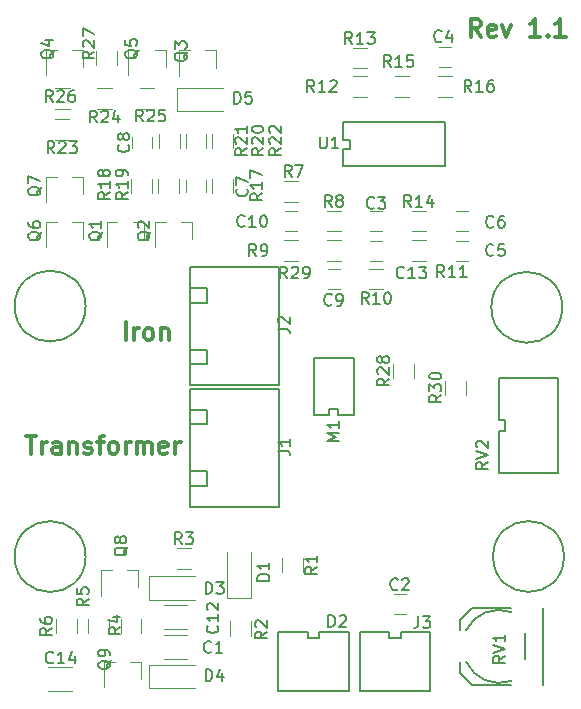
<source format=gbr>
G04 #@! TF.FileFunction,Legend,Top*
%FSLAX46Y46*%
G04 Gerber Fmt 4.6, Leading zero omitted, Abs format (unit mm)*
G04 Created by KiCad (PCBNEW 4.0.7) date Monday, January 25, 2021 'AMt' 11:59:33 AM*
%MOMM*%
%LPD*%
G01*
G04 APERTURE LIST*
%ADD10C,0.100000*%
%ADD11C,0.300000*%
%ADD12C,0.150000*%
%ADD13C,0.120000*%
G04 APERTURE END LIST*
D10*
D11*
X107892858Y-73578571D02*
X107392858Y-72864286D01*
X107035715Y-73578571D02*
X107035715Y-72078571D01*
X107607143Y-72078571D01*
X107750001Y-72150000D01*
X107821429Y-72221429D01*
X107892858Y-72364286D01*
X107892858Y-72578571D01*
X107821429Y-72721429D01*
X107750001Y-72792857D01*
X107607143Y-72864286D01*
X107035715Y-72864286D01*
X109107143Y-73507143D02*
X108964286Y-73578571D01*
X108678572Y-73578571D01*
X108535715Y-73507143D01*
X108464286Y-73364286D01*
X108464286Y-72792857D01*
X108535715Y-72650000D01*
X108678572Y-72578571D01*
X108964286Y-72578571D01*
X109107143Y-72650000D01*
X109178572Y-72792857D01*
X109178572Y-72935714D01*
X108464286Y-73078571D01*
X109678572Y-72578571D02*
X110035715Y-73578571D01*
X110392857Y-72578571D01*
X112892857Y-73578571D02*
X112035714Y-73578571D01*
X112464286Y-73578571D02*
X112464286Y-72078571D01*
X112321429Y-72292857D01*
X112178571Y-72435714D01*
X112035714Y-72507143D01*
X113535714Y-73435714D02*
X113607142Y-73507143D01*
X113535714Y-73578571D01*
X113464285Y-73507143D01*
X113535714Y-73435714D01*
X113535714Y-73578571D01*
X115035714Y-73578571D02*
X114178571Y-73578571D01*
X114607143Y-73578571D02*
X114607143Y-72078571D01*
X114464286Y-72292857D01*
X114321428Y-72435714D01*
X114178571Y-72507143D01*
X77778572Y-99278571D02*
X77778572Y-97778571D01*
X78492858Y-99278571D02*
X78492858Y-98278571D01*
X78492858Y-98564286D02*
X78564286Y-98421429D01*
X78635715Y-98350000D01*
X78778572Y-98278571D01*
X78921429Y-98278571D01*
X79635715Y-99278571D02*
X79492857Y-99207143D01*
X79421429Y-99135714D01*
X79350000Y-98992857D01*
X79350000Y-98564286D01*
X79421429Y-98421429D01*
X79492857Y-98350000D01*
X79635715Y-98278571D01*
X79850000Y-98278571D01*
X79992857Y-98350000D01*
X80064286Y-98421429D01*
X80135715Y-98564286D01*
X80135715Y-98992857D01*
X80064286Y-99135714D01*
X79992857Y-99207143D01*
X79850000Y-99278571D01*
X79635715Y-99278571D01*
X80778572Y-98278571D02*
X80778572Y-99278571D01*
X80778572Y-98421429D02*
X80850000Y-98350000D01*
X80992858Y-98278571D01*
X81207143Y-98278571D01*
X81350000Y-98350000D01*
X81421429Y-98492857D01*
X81421429Y-99278571D01*
X69364286Y-107378571D02*
X70221429Y-107378571D01*
X69792858Y-108878571D02*
X69792858Y-107378571D01*
X70721429Y-108878571D02*
X70721429Y-107878571D01*
X70721429Y-108164286D02*
X70792857Y-108021429D01*
X70864286Y-107950000D01*
X71007143Y-107878571D01*
X71150000Y-107878571D01*
X72292857Y-108878571D02*
X72292857Y-108092857D01*
X72221428Y-107950000D01*
X72078571Y-107878571D01*
X71792857Y-107878571D01*
X71650000Y-107950000D01*
X72292857Y-108807143D02*
X72150000Y-108878571D01*
X71792857Y-108878571D01*
X71650000Y-108807143D01*
X71578571Y-108664286D01*
X71578571Y-108521429D01*
X71650000Y-108378571D01*
X71792857Y-108307143D01*
X72150000Y-108307143D01*
X72292857Y-108235714D01*
X73007143Y-107878571D02*
X73007143Y-108878571D01*
X73007143Y-108021429D02*
X73078571Y-107950000D01*
X73221429Y-107878571D01*
X73435714Y-107878571D01*
X73578571Y-107950000D01*
X73650000Y-108092857D01*
X73650000Y-108878571D01*
X74292857Y-108807143D02*
X74435714Y-108878571D01*
X74721429Y-108878571D01*
X74864286Y-108807143D01*
X74935714Y-108664286D01*
X74935714Y-108592857D01*
X74864286Y-108450000D01*
X74721429Y-108378571D01*
X74507143Y-108378571D01*
X74364286Y-108307143D01*
X74292857Y-108164286D01*
X74292857Y-108092857D01*
X74364286Y-107950000D01*
X74507143Y-107878571D01*
X74721429Y-107878571D01*
X74864286Y-107950000D01*
X75364286Y-107878571D02*
X75935715Y-107878571D01*
X75578572Y-108878571D02*
X75578572Y-107592857D01*
X75650000Y-107450000D01*
X75792858Y-107378571D01*
X75935715Y-107378571D01*
X76650001Y-108878571D02*
X76507143Y-108807143D01*
X76435715Y-108735714D01*
X76364286Y-108592857D01*
X76364286Y-108164286D01*
X76435715Y-108021429D01*
X76507143Y-107950000D01*
X76650001Y-107878571D01*
X76864286Y-107878571D01*
X77007143Y-107950000D01*
X77078572Y-108021429D01*
X77150001Y-108164286D01*
X77150001Y-108592857D01*
X77078572Y-108735714D01*
X77007143Y-108807143D01*
X76864286Y-108878571D01*
X76650001Y-108878571D01*
X77792858Y-108878571D02*
X77792858Y-107878571D01*
X77792858Y-108164286D02*
X77864286Y-108021429D01*
X77935715Y-107950000D01*
X78078572Y-107878571D01*
X78221429Y-107878571D01*
X78721429Y-108878571D02*
X78721429Y-107878571D01*
X78721429Y-108021429D02*
X78792857Y-107950000D01*
X78935715Y-107878571D01*
X79150000Y-107878571D01*
X79292857Y-107950000D01*
X79364286Y-108092857D01*
X79364286Y-108878571D01*
X79364286Y-108092857D02*
X79435715Y-107950000D01*
X79578572Y-107878571D01*
X79792857Y-107878571D01*
X79935715Y-107950000D01*
X80007143Y-108092857D01*
X80007143Y-108878571D01*
X81292857Y-108807143D02*
X81150000Y-108878571D01*
X80864286Y-108878571D01*
X80721429Y-108807143D01*
X80650000Y-108664286D01*
X80650000Y-108092857D01*
X80721429Y-107950000D01*
X80864286Y-107878571D01*
X81150000Y-107878571D01*
X81292857Y-107950000D01*
X81364286Y-108092857D01*
X81364286Y-108235714D01*
X80650000Y-108378571D01*
X82007143Y-108878571D02*
X82007143Y-107878571D01*
X82007143Y-108164286D02*
X82078571Y-108021429D01*
X82150000Y-107950000D01*
X82292857Y-107878571D01*
X82435714Y-107878571D01*
D12*
X114750000Y-96500000D02*
G75*
G03X114750000Y-96500000I-3000000J0D01*
G01*
X114900000Y-117600000D02*
G75*
G03X114900000Y-117600000I-3000000J0D01*
G01*
X74400000Y-117600000D02*
G75*
G03X74400000Y-117600000I-3000000J0D01*
G01*
D13*
X86400000Y-121150000D02*
X88400000Y-121150000D01*
X88400000Y-121150000D02*
X88400000Y-117250000D01*
X86400000Y-121150000D02*
X86400000Y-117250000D01*
X79750000Y-119250000D02*
X79750000Y-121250000D01*
X79750000Y-121250000D02*
X83650000Y-121250000D01*
X79750000Y-119250000D02*
X83650000Y-119250000D01*
X79750000Y-126750000D02*
X79750000Y-128750000D01*
X79750000Y-128750000D02*
X83650000Y-128750000D01*
X79750000Y-126750000D02*
X83650000Y-126750000D01*
X82100000Y-77900000D02*
X82100000Y-79900000D01*
X82100000Y-79900000D02*
X86000000Y-79900000D01*
X82100000Y-77900000D02*
X86000000Y-77900000D01*
X79330000Y-89240000D02*
X78400000Y-89240000D01*
X76170000Y-89240000D02*
X77100000Y-89240000D01*
X76170000Y-89240000D02*
X76170000Y-91400000D01*
X79330000Y-89240000D02*
X79330000Y-90700000D01*
X83430000Y-89240000D02*
X82500000Y-89240000D01*
X80270000Y-89240000D02*
X81200000Y-89240000D01*
X80270000Y-89240000D02*
X80270000Y-91400000D01*
X83430000Y-89240000D02*
X83430000Y-90700000D01*
X85480000Y-74740000D02*
X84550000Y-74740000D01*
X82320000Y-74740000D02*
X83250000Y-74740000D01*
X82320000Y-74740000D02*
X82320000Y-76900000D01*
X85480000Y-74740000D02*
X85480000Y-76200000D01*
X74180000Y-74690000D02*
X73250000Y-74690000D01*
X71020000Y-74690000D02*
X71950000Y-74690000D01*
X71020000Y-74690000D02*
X71020000Y-76850000D01*
X74180000Y-74690000D02*
X74180000Y-76150000D01*
X81180000Y-74690000D02*
X80250000Y-74690000D01*
X78020000Y-74690000D02*
X78950000Y-74690000D01*
X78020000Y-74690000D02*
X78020000Y-76850000D01*
X81180000Y-74690000D02*
X81180000Y-76150000D01*
X74180000Y-89240000D02*
X73250000Y-89240000D01*
X71020000Y-89240000D02*
X71950000Y-89240000D01*
X71020000Y-89240000D02*
X71020000Y-91400000D01*
X74180000Y-89240000D02*
X74180000Y-90700000D01*
X74180000Y-85440000D02*
X73250000Y-85440000D01*
X71020000Y-85440000D02*
X71950000Y-85440000D01*
X71020000Y-85440000D02*
X71020000Y-87600000D01*
X74180000Y-85440000D02*
X74180000Y-86900000D01*
X105800000Y-92550000D02*
X106800000Y-92550000D01*
X106800000Y-90850000D02*
X105800000Y-90850000D01*
X82900000Y-85700000D02*
X82900000Y-86700000D01*
X84600000Y-86700000D02*
X84600000Y-85700000D01*
X78300000Y-82050000D02*
X78300000Y-83050000D01*
X80000000Y-83050000D02*
X80000000Y-82050000D01*
X91020000Y-118900000D02*
X91020000Y-117700000D01*
X92780000Y-117700000D02*
X92780000Y-118900000D01*
X88380000Y-123100000D02*
X88380000Y-124300000D01*
X86620000Y-124300000D02*
X86620000Y-123100000D01*
X82150000Y-116870000D02*
X83350000Y-116870000D01*
X83350000Y-118630000D02*
X82150000Y-118630000D01*
X79130000Y-122900000D02*
X79130000Y-124100000D01*
X77370000Y-124100000D02*
X77370000Y-122900000D01*
X74620000Y-124100000D02*
X74620000Y-122900000D01*
X76380000Y-122900000D02*
X76380000Y-124100000D01*
X73630000Y-122900000D02*
X73630000Y-124100000D01*
X71870000Y-124100000D02*
X71870000Y-122900000D01*
X92400000Y-87580000D02*
X91200000Y-87580000D01*
X91200000Y-85820000D02*
X92400000Y-85820000D01*
X96000000Y-90080000D02*
X94800000Y-90080000D01*
X94800000Y-88320000D02*
X96000000Y-88320000D01*
X91200000Y-90820000D02*
X92400000Y-90820000D01*
X92400000Y-92580000D02*
X91200000Y-92580000D01*
X98400000Y-93220000D02*
X99600000Y-93220000D01*
X99600000Y-94980000D02*
X98400000Y-94980000D01*
X103200000Y-92580000D02*
X102000000Y-92580000D01*
X102000000Y-90820000D02*
X103200000Y-90820000D01*
X98200000Y-78680000D02*
X97000000Y-78680000D01*
X97000000Y-76920000D02*
X98200000Y-76920000D01*
X98200000Y-76280000D02*
X97000000Y-76280000D01*
X97000000Y-74520000D02*
X98200000Y-74520000D01*
X103200000Y-90080000D02*
X102000000Y-90080000D01*
X102000000Y-88320000D02*
X103200000Y-88320000D01*
X100600000Y-76920000D02*
X101800000Y-76920000D01*
X101800000Y-78680000D02*
X100600000Y-78680000D01*
X105400000Y-78680000D02*
X104200000Y-78680000D01*
X104200000Y-76920000D02*
X105400000Y-76920000D01*
X85120000Y-86800000D02*
X85120000Y-85600000D01*
X86880000Y-85600000D02*
X86880000Y-86800000D01*
X80030000Y-85600000D02*
X80030000Y-86800000D01*
X78270000Y-86800000D02*
X78270000Y-85600000D01*
X82330000Y-85600000D02*
X82330000Y-86800000D01*
X80570000Y-86800000D02*
X80570000Y-85600000D01*
X82870000Y-83050000D02*
X82870000Y-81850000D01*
X84630000Y-81850000D02*
X84630000Y-83050000D01*
X82380000Y-81850000D02*
X82380000Y-83050000D01*
X80620000Y-83050000D02*
X80620000Y-81850000D01*
X86880000Y-81800000D02*
X86880000Y-83000000D01*
X85120000Y-83000000D02*
X85120000Y-81800000D01*
X73000000Y-82330000D02*
X71800000Y-82330000D01*
X71800000Y-80570000D02*
X73000000Y-80570000D01*
X76600000Y-79730000D02*
X75400000Y-79730000D01*
X75400000Y-77970000D02*
X76600000Y-77970000D01*
X80200000Y-79730000D02*
X79000000Y-79730000D01*
X79000000Y-77970000D02*
X80200000Y-77970000D01*
X73050000Y-79730000D02*
X71850000Y-79730000D01*
X71850000Y-77970000D02*
X73050000Y-77970000D01*
X77030000Y-74800000D02*
X77030000Y-76000000D01*
X75270000Y-76000000D02*
X75270000Y-74800000D01*
X102180000Y-101300000D02*
X102180000Y-102500000D01*
X100420000Y-102500000D02*
X100420000Y-101300000D01*
X100500000Y-122450000D02*
X101500000Y-122450000D01*
X101500000Y-120750000D02*
X100500000Y-120750000D01*
X96000000Y-92580000D02*
X94800000Y-92580000D01*
X94800000Y-90820000D02*
X96000000Y-90820000D01*
X83000000Y-124230000D02*
X81000000Y-124230000D01*
X81000000Y-126270000D02*
X83000000Y-126270000D01*
X99500000Y-88350000D02*
X98500000Y-88350000D01*
X98500000Y-90050000D02*
X99500000Y-90050000D01*
X104300000Y-76150000D02*
X105300000Y-76150000D01*
X105300000Y-74450000D02*
X104300000Y-74450000D01*
X94900000Y-94950000D02*
X95900000Y-94950000D01*
X95900000Y-93250000D02*
X94900000Y-93250000D01*
X92300000Y-88350000D02*
X91300000Y-88350000D01*
X91300000Y-90050000D02*
X92300000Y-90050000D01*
X83000000Y-121730000D02*
X81000000Y-121730000D01*
X81000000Y-123770000D02*
X83000000Y-123770000D01*
X99500000Y-90850000D02*
X98500000Y-90850000D01*
X98500000Y-92550000D02*
X99500000Y-92550000D01*
X78830000Y-118740000D02*
X77900000Y-118740000D01*
X75670000Y-118740000D02*
X76600000Y-118740000D01*
X75670000Y-118740000D02*
X75670000Y-120900000D01*
X78830000Y-118740000D02*
X78830000Y-120200000D01*
D12*
X74400000Y-96400000D02*
G75*
G03X74400000Y-96400000I-3000000J0D01*
G01*
D13*
X73250000Y-126980000D02*
X71250000Y-126980000D01*
X71250000Y-129020000D02*
X73250000Y-129020000D01*
X79080000Y-126490000D02*
X78150000Y-126490000D01*
X75920000Y-126490000D02*
X76850000Y-126490000D01*
X75920000Y-126490000D02*
X75920000Y-128650000D01*
X79080000Y-126490000D02*
X79080000Y-127950000D01*
D12*
X109400000Y-106000000D02*
X109400000Y-102500000D01*
X109400000Y-107000000D02*
X109400000Y-110500000D01*
X109400000Y-107000000D02*
X109900000Y-107000000D01*
X109900000Y-107000000D02*
X109900000Y-106000000D01*
X109900000Y-106000000D02*
X109400000Y-106000000D01*
X109400000Y-110500000D02*
X114400000Y-110500000D01*
X114400000Y-110500000D02*
X114400000Y-102500000D01*
X114400000Y-102500000D02*
X109400000Y-102500000D01*
X94200000Y-124000000D02*
X96700000Y-124000000D01*
X93200000Y-124000000D02*
X90700000Y-124000000D01*
X93200000Y-124000000D02*
X93200000Y-124500000D01*
X93200000Y-124500000D02*
X94200000Y-124500000D01*
X94200000Y-124500000D02*
X94200000Y-124000000D01*
X91200000Y-129000000D02*
X96700000Y-129000000D01*
X96700000Y-129000000D02*
X96700000Y-124000000D01*
X90700000Y-124000000D02*
X90700000Y-129000000D01*
X90700000Y-129000000D02*
X91200000Y-129000000D01*
X101100000Y-124000000D02*
X103600000Y-124000000D01*
X100100000Y-124000000D02*
X97600000Y-124000000D01*
X100100000Y-124000000D02*
X100100000Y-124500000D01*
X100100000Y-124500000D02*
X101100000Y-124500000D01*
X101100000Y-124500000D02*
X101100000Y-124000000D01*
X98100000Y-129000000D02*
X103600000Y-129000000D01*
X103600000Y-129000000D02*
X103600000Y-124000000D01*
X97600000Y-124000000D02*
X97600000Y-129000000D01*
X97600000Y-129000000D02*
X98100000Y-129000000D01*
D13*
X106580000Y-102700000D02*
X106580000Y-103900000D01*
X104820000Y-103900000D02*
X104820000Y-102700000D01*
X105800000Y-90050000D02*
X106800000Y-90050000D01*
X106800000Y-88350000D02*
X105800000Y-88350000D01*
D12*
X84700000Y-96100000D02*
X84700000Y-94900000D01*
X84700000Y-96100000D02*
X83200000Y-96100000D01*
X84700000Y-94900000D02*
X83200000Y-94900000D01*
X83200000Y-101300000D02*
X84700000Y-101300000D01*
X84700000Y-101300000D02*
X84700000Y-100100000D01*
X84700000Y-100100000D02*
X83200000Y-100100000D01*
X83200000Y-103100000D02*
X83200000Y-93100000D01*
X90800000Y-103100000D02*
X90800000Y-93100000D01*
X83200000Y-93100000D02*
X90800000Y-93100000D01*
X83200000Y-103100000D02*
X90800000Y-103100000D01*
X84700000Y-106400000D02*
X84700000Y-105200000D01*
X84700000Y-106400000D02*
X83200000Y-106400000D01*
X84700000Y-105200000D02*
X83200000Y-105200000D01*
X83200000Y-111600000D02*
X84700000Y-111600000D01*
X84700000Y-111600000D02*
X84700000Y-110400000D01*
X84700000Y-110400000D02*
X83200000Y-110400000D01*
X83200000Y-113400000D02*
X83200000Y-103400000D01*
X90800000Y-113400000D02*
X90800000Y-103400000D01*
X83200000Y-103400000D02*
X90800000Y-103400000D01*
X83200000Y-113400000D02*
X90800000Y-113400000D01*
X106120000Y-127450000D02*
X106120000Y-126510000D01*
X106120000Y-122950000D02*
X106120000Y-123850000D01*
X106630447Y-126520116D02*
G75*
G03X110449261Y-128141107I2809553J1310116D01*
G01*
X111570000Y-124100000D02*
X111570000Y-126300000D01*
X110450262Y-122296954D02*
G75*
G03X106603739Y-123851050I-1060262J-2913046D01*
G01*
X107120000Y-128450000D02*
X110380000Y-128450000D01*
X107120000Y-121950000D02*
X110380000Y-121950000D01*
X106120000Y-127450000D02*
X107120000Y-128450000D01*
X106120000Y-122950000D02*
X107120000Y-121950000D01*
X113100000Y-121950000D02*
X113100000Y-128450000D01*
X95000000Y-105650000D02*
X93700000Y-105650000D01*
X95800000Y-105650000D02*
X97100000Y-105650000D01*
X95000000Y-105150000D02*
X95800000Y-105150000D01*
X95800000Y-105650000D02*
X95800000Y-105150000D01*
X95000000Y-105650000D02*
X95000000Y-105150000D01*
X97100000Y-100750000D02*
X97100000Y-105650000D01*
X93700000Y-105650000D02*
X93700000Y-100750000D01*
X93700000Y-100750000D02*
X97100000Y-100750000D01*
X96800000Y-83100000D02*
X96800000Y-82300000D01*
X96200000Y-82300000D02*
X96200000Y-80850000D01*
X96200000Y-84550000D02*
X96200000Y-83100000D01*
X96200000Y-82300000D02*
X96800000Y-82300000D01*
X96800000Y-83100000D02*
X96200000Y-83100000D01*
X104800000Y-84550000D02*
X96200000Y-84550000D01*
X96200000Y-80850000D02*
X104800000Y-80850000D01*
X104800000Y-80850000D02*
X104800000Y-84550000D01*
X89952381Y-119638095D02*
X88952381Y-119638095D01*
X88952381Y-119400000D01*
X89000000Y-119257142D01*
X89095238Y-119161904D01*
X89190476Y-119114285D01*
X89380952Y-119066666D01*
X89523810Y-119066666D01*
X89714286Y-119114285D01*
X89809524Y-119161904D01*
X89904762Y-119257142D01*
X89952381Y-119400000D01*
X89952381Y-119638095D01*
X89952381Y-118114285D02*
X89952381Y-118685714D01*
X89952381Y-118400000D02*
X88952381Y-118400000D01*
X89095238Y-118495238D01*
X89190476Y-118590476D01*
X89238095Y-118685714D01*
X84561905Y-120752381D02*
X84561905Y-119752381D01*
X84800000Y-119752381D01*
X84942858Y-119800000D01*
X85038096Y-119895238D01*
X85085715Y-119990476D01*
X85133334Y-120180952D01*
X85133334Y-120323810D01*
X85085715Y-120514286D01*
X85038096Y-120609524D01*
X84942858Y-120704762D01*
X84800000Y-120752381D01*
X84561905Y-120752381D01*
X85466667Y-119752381D02*
X86085715Y-119752381D01*
X85752381Y-120133333D01*
X85895239Y-120133333D01*
X85990477Y-120180952D01*
X86038096Y-120228571D01*
X86085715Y-120323810D01*
X86085715Y-120561905D01*
X86038096Y-120657143D01*
X85990477Y-120704762D01*
X85895239Y-120752381D01*
X85609524Y-120752381D01*
X85514286Y-120704762D01*
X85466667Y-120657143D01*
X84561905Y-128152381D02*
X84561905Y-127152381D01*
X84800000Y-127152381D01*
X84942858Y-127200000D01*
X85038096Y-127295238D01*
X85085715Y-127390476D01*
X85133334Y-127580952D01*
X85133334Y-127723810D01*
X85085715Y-127914286D01*
X85038096Y-128009524D01*
X84942858Y-128104762D01*
X84800000Y-128152381D01*
X84561905Y-128152381D01*
X85990477Y-127485714D02*
X85990477Y-128152381D01*
X85752381Y-127104762D02*
X85514286Y-127819048D01*
X86133334Y-127819048D01*
X86961905Y-79252381D02*
X86961905Y-78252381D01*
X87200000Y-78252381D01*
X87342858Y-78300000D01*
X87438096Y-78395238D01*
X87485715Y-78490476D01*
X87533334Y-78680952D01*
X87533334Y-78823810D01*
X87485715Y-79014286D01*
X87438096Y-79109524D01*
X87342858Y-79204762D01*
X87200000Y-79252381D01*
X86961905Y-79252381D01*
X88438096Y-78252381D02*
X87961905Y-78252381D01*
X87914286Y-78728571D01*
X87961905Y-78680952D01*
X88057143Y-78633333D01*
X88295239Y-78633333D01*
X88390477Y-78680952D01*
X88438096Y-78728571D01*
X88485715Y-78823810D01*
X88485715Y-79061905D01*
X88438096Y-79157143D01*
X88390477Y-79204762D01*
X88295239Y-79252381D01*
X88057143Y-79252381D01*
X87961905Y-79204762D01*
X87914286Y-79157143D01*
X75797619Y-90095238D02*
X75750000Y-90190476D01*
X75654762Y-90285714D01*
X75511905Y-90428571D01*
X75464286Y-90523810D01*
X75464286Y-90619048D01*
X75702381Y-90571429D02*
X75654762Y-90666667D01*
X75559524Y-90761905D01*
X75369048Y-90809524D01*
X75035714Y-90809524D01*
X74845238Y-90761905D01*
X74750000Y-90666667D01*
X74702381Y-90571429D01*
X74702381Y-90380952D01*
X74750000Y-90285714D01*
X74845238Y-90190476D01*
X75035714Y-90142857D01*
X75369048Y-90142857D01*
X75559524Y-90190476D01*
X75654762Y-90285714D01*
X75702381Y-90380952D01*
X75702381Y-90571429D01*
X75702381Y-89190476D02*
X75702381Y-89761905D01*
X75702381Y-89476191D02*
X74702381Y-89476191D01*
X74845238Y-89571429D01*
X74940476Y-89666667D01*
X74988095Y-89761905D01*
X79897619Y-90095238D02*
X79850000Y-90190476D01*
X79754762Y-90285714D01*
X79611905Y-90428571D01*
X79564286Y-90523810D01*
X79564286Y-90619048D01*
X79802381Y-90571429D02*
X79754762Y-90666667D01*
X79659524Y-90761905D01*
X79469048Y-90809524D01*
X79135714Y-90809524D01*
X78945238Y-90761905D01*
X78850000Y-90666667D01*
X78802381Y-90571429D01*
X78802381Y-90380952D01*
X78850000Y-90285714D01*
X78945238Y-90190476D01*
X79135714Y-90142857D01*
X79469048Y-90142857D01*
X79659524Y-90190476D01*
X79754762Y-90285714D01*
X79802381Y-90380952D01*
X79802381Y-90571429D01*
X78897619Y-89761905D02*
X78850000Y-89714286D01*
X78802381Y-89619048D01*
X78802381Y-89380952D01*
X78850000Y-89285714D01*
X78897619Y-89238095D01*
X78992857Y-89190476D01*
X79088095Y-89190476D01*
X79230952Y-89238095D01*
X79802381Y-89809524D01*
X79802381Y-89190476D01*
X83047619Y-74895238D02*
X83000000Y-74990476D01*
X82904762Y-75085714D01*
X82761905Y-75228571D01*
X82714286Y-75323810D01*
X82714286Y-75419048D01*
X82952381Y-75371429D02*
X82904762Y-75466667D01*
X82809524Y-75561905D01*
X82619048Y-75609524D01*
X82285714Y-75609524D01*
X82095238Y-75561905D01*
X82000000Y-75466667D01*
X81952381Y-75371429D01*
X81952381Y-75180952D01*
X82000000Y-75085714D01*
X82095238Y-74990476D01*
X82285714Y-74942857D01*
X82619048Y-74942857D01*
X82809524Y-74990476D01*
X82904762Y-75085714D01*
X82952381Y-75180952D01*
X82952381Y-75371429D01*
X81952381Y-74609524D02*
X81952381Y-73990476D01*
X82333333Y-74323810D01*
X82333333Y-74180952D01*
X82380952Y-74085714D01*
X82428571Y-74038095D01*
X82523810Y-73990476D01*
X82761905Y-73990476D01*
X82857143Y-74038095D01*
X82904762Y-74085714D01*
X82952381Y-74180952D01*
X82952381Y-74466667D01*
X82904762Y-74561905D01*
X82857143Y-74609524D01*
X71747619Y-74695238D02*
X71700000Y-74790476D01*
X71604762Y-74885714D01*
X71461905Y-75028571D01*
X71414286Y-75123810D01*
X71414286Y-75219048D01*
X71652381Y-75171429D02*
X71604762Y-75266667D01*
X71509524Y-75361905D01*
X71319048Y-75409524D01*
X70985714Y-75409524D01*
X70795238Y-75361905D01*
X70700000Y-75266667D01*
X70652381Y-75171429D01*
X70652381Y-74980952D01*
X70700000Y-74885714D01*
X70795238Y-74790476D01*
X70985714Y-74742857D01*
X71319048Y-74742857D01*
X71509524Y-74790476D01*
X71604762Y-74885714D01*
X71652381Y-74980952D01*
X71652381Y-75171429D01*
X70985714Y-73885714D02*
X71652381Y-73885714D01*
X70604762Y-74123810D02*
X71319048Y-74361905D01*
X71319048Y-73742857D01*
X78847619Y-74695238D02*
X78800000Y-74790476D01*
X78704762Y-74885714D01*
X78561905Y-75028571D01*
X78514286Y-75123810D01*
X78514286Y-75219048D01*
X78752381Y-75171429D02*
X78704762Y-75266667D01*
X78609524Y-75361905D01*
X78419048Y-75409524D01*
X78085714Y-75409524D01*
X77895238Y-75361905D01*
X77800000Y-75266667D01*
X77752381Y-75171429D01*
X77752381Y-74980952D01*
X77800000Y-74885714D01*
X77895238Y-74790476D01*
X78085714Y-74742857D01*
X78419048Y-74742857D01*
X78609524Y-74790476D01*
X78704762Y-74885714D01*
X78752381Y-74980952D01*
X78752381Y-75171429D01*
X77752381Y-73838095D02*
X77752381Y-74314286D01*
X78228571Y-74361905D01*
X78180952Y-74314286D01*
X78133333Y-74219048D01*
X78133333Y-73980952D01*
X78180952Y-73885714D01*
X78228571Y-73838095D01*
X78323810Y-73790476D01*
X78561905Y-73790476D01*
X78657143Y-73838095D01*
X78704762Y-73885714D01*
X78752381Y-73980952D01*
X78752381Y-74219048D01*
X78704762Y-74314286D01*
X78657143Y-74361905D01*
X70647619Y-90095238D02*
X70600000Y-90190476D01*
X70504762Y-90285714D01*
X70361905Y-90428571D01*
X70314286Y-90523810D01*
X70314286Y-90619048D01*
X70552381Y-90571429D02*
X70504762Y-90666667D01*
X70409524Y-90761905D01*
X70219048Y-90809524D01*
X69885714Y-90809524D01*
X69695238Y-90761905D01*
X69600000Y-90666667D01*
X69552381Y-90571429D01*
X69552381Y-90380952D01*
X69600000Y-90285714D01*
X69695238Y-90190476D01*
X69885714Y-90142857D01*
X70219048Y-90142857D01*
X70409524Y-90190476D01*
X70504762Y-90285714D01*
X70552381Y-90380952D01*
X70552381Y-90571429D01*
X69552381Y-89285714D02*
X69552381Y-89476191D01*
X69600000Y-89571429D01*
X69647619Y-89619048D01*
X69790476Y-89714286D01*
X69980952Y-89761905D01*
X70361905Y-89761905D01*
X70457143Y-89714286D01*
X70504762Y-89666667D01*
X70552381Y-89571429D01*
X70552381Y-89380952D01*
X70504762Y-89285714D01*
X70457143Y-89238095D01*
X70361905Y-89190476D01*
X70123810Y-89190476D01*
X70028571Y-89238095D01*
X69980952Y-89285714D01*
X69933333Y-89380952D01*
X69933333Y-89571429D01*
X69980952Y-89666667D01*
X70028571Y-89714286D01*
X70123810Y-89761905D01*
X70647619Y-86295238D02*
X70600000Y-86390476D01*
X70504762Y-86485714D01*
X70361905Y-86628571D01*
X70314286Y-86723810D01*
X70314286Y-86819048D01*
X70552381Y-86771429D02*
X70504762Y-86866667D01*
X70409524Y-86961905D01*
X70219048Y-87009524D01*
X69885714Y-87009524D01*
X69695238Y-86961905D01*
X69600000Y-86866667D01*
X69552381Y-86771429D01*
X69552381Y-86580952D01*
X69600000Y-86485714D01*
X69695238Y-86390476D01*
X69885714Y-86342857D01*
X70219048Y-86342857D01*
X70409524Y-86390476D01*
X70504762Y-86485714D01*
X70552381Y-86580952D01*
X70552381Y-86771429D01*
X69552381Y-86009524D02*
X69552381Y-85342857D01*
X70552381Y-85771429D01*
X108933334Y-92057143D02*
X108885715Y-92104762D01*
X108742858Y-92152381D01*
X108647620Y-92152381D01*
X108504762Y-92104762D01*
X108409524Y-92009524D01*
X108361905Y-91914286D01*
X108314286Y-91723810D01*
X108314286Y-91580952D01*
X108361905Y-91390476D01*
X108409524Y-91295238D01*
X108504762Y-91200000D01*
X108647620Y-91152381D01*
X108742858Y-91152381D01*
X108885715Y-91200000D01*
X108933334Y-91247619D01*
X109838096Y-91152381D02*
X109361905Y-91152381D01*
X109314286Y-91628571D01*
X109361905Y-91580952D01*
X109457143Y-91533333D01*
X109695239Y-91533333D01*
X109790477Y-91580952D01*
X109838096Y-91628571D01*
X109885715Y-91723810D01*
X109885715Y-91961905D01*
X109838096Y-92057143D01*
X109790477Y-92104762D01*
X109695239Y-92152381D01*
X109457143Y-92152381D01*
X109361905Y-92104762D01*
X109314286Y-92057143D01*
X88057143Y-86466666D02*
X88104762Y-86514285D01*
X88152381Y-86657142D01*
X88152381Y-86752380D01*
X88104762Y-86895238D01*
X88009524Y-86990476D01*
X87914286Y-87038095D01*
X87723810Y-87085714D01*
X87580952Y-87085714D01*
X87390476Y-87038095D01*
X87295238Y-86990476D01*
X87200000Y-86895238D01*
X87152381Y-86752380D01*
X87152381Y-86657142D01*
X87200000Y-86514285D01*
X87247619Y-86466666D01*
X87152381Y-86133333D02*
X87152381Y-85466666D01*
X88152381Y-85895238D01*
X78007143Y-82716666D02*
X78054762Y-82764285D01*
X78102381Y-82907142D01*
X78102381Y-83002380D01*
X78054762Y-83145238D01*
X77959524Y-83240476D01*
X77864286Y-83288095D01*
X77673810Y-83335714D01*
X77530952Y-83335714D01*
X77340476Y-83288095D01*
X77245238Y-83240476D01*
X77150000Y-83145238D01*
X77102381Y-83002380D01*
X77102381Y-82907142D01*
X77150000Y-82764285D01*
X77197619Y-82716666D01*
X77530952Y-82145238D02*
X77483333Y-82240476D01*
X77435714Y-82288095D01*
X77340476Y-82335714D01*
X77292857Y-82335714D01*
X77197619Y-82288095D01*
X77150000Y-82240476D01*
X77102381Y-82145238D01*
X77102381Y-81954761D01*
X77150000Y-81859523D01*
X77197619Y-81811904D01*
X77292857Y-81764285D01*
X77340476Y-81764285D01*
X77435714Y-81811904D01*
X77483333Y-81859523D01*
X77530952Y-81954761D01*
X77530952Y-82145238D01*
X77578571Y-82240476D01*
X77626190Y-82288095D01*
X77721429Y-82335714D01*
X77911905Y-82335714D01*
X78007143Y-82288095D01*
X78054762Y-82240476D01*
X78102381Y-82145238D01*
X78102381Y-81954761D01*
X78054762Y-81859523D01*
X78007143Y-81811904D01*
X77911905Y-81764285D01*
X77721429Y-81764285D01*
X77626190Y-81811904D01*
X77578571Y-81859523D01*
X77530952Y-81954761D01*
X94002381Y-118466666D02*
X93526190Y-118800000D01*
X94002381Y-119038095D02*
X93002381Y-119038095D01*
X93002381Y-118657142D01*
X93050000Y-118561904D01*
X93097619Y-118514285D01*
X93192857Y-118466666D01*
X93335714Y-118466666D01*
X93430952Y-118514285D01*
X93478571Y-118561904D01*
X93526190Y-118657142D01*
X93526190Y-119038095D01*
X94002381Y-117514285D02*
X94002381Y-118085714D01*
X94002381Y-117800000D02*
X93002381Y-117800000D01*
X93145238Y-117895238D01*
X93240476Y-117990476D01*
X93288095Y-118085714D01*
X89752381Y-123966666D02*
X89276190Y-124300000D01*
X89752381Y-124538095D02*
X88752381Y-124538095D01*
X88752381Y-124157142D01*
X88800000Y-124061904D01*
X88847619Y-124014285D01*
X88942857Y-123966666D01*
X89085714Y-123966666D01*
X89180952Y-124014285D01*
X89228571Y-124061904D01*
X89276190Y-124157142D01*
X89276190Y-124538095D01*
X88847619Y-123585714D02*
X88800000Y-123538095D01*
X88752381Y-123442857D01*
X88752381Y-123204761D01*
X88800000Y-123109523D01*
X88847619Y-123061904D01*
X88942857Y-123014285D01*
X89038095Y-123014285D01*
X89180952Y-123061904D01*
X89752381Y-123633333D01*
X89752381Y-123014285D01*
X82533334Y-116552381D02*
X82200000Y-116076190D01*
X81961905Y-116552381D02*
X81961905Y-115552381D01*
X82342858Y-115552381D01*
X82438096Y-115600000D01*
X82485715Y-115647619D01*
X82533334Y-115742857D01*
X82533334Y-115885714D01*
X82485715Y-115980952D01*
X82438096Y-116028571D01*
X82342858Y-116076190D01*
X81961905Y-116076190D01*
X82866667Y-115552381D02*
X83485715Y-115552381D01*
X83152381Y-115933333D01*
X83295239Y-115933333D01*
X83390477Y-115980952D01*
X83438096Y-116028571D01*
X83485715Y-116123810D01*
X83485715Y-116361905D01*
X83438096Y-116457143D01*
X83390477Y-116504762D01*
X83295239Y-116552381D01*
X83009524Y-116552381D01*
X82914286Y-116504762D01*
X82866667Y-116457143D01*
X77352381Y-123566666D02*
X76876190Y-123900000D01*
X77352381Y-124138095D02*
X76352381Y-124138095D01*
X76352381Y-123757142D01*
X76400000Y-123661904D01*
X76447619Y-123614285D01*
X76542857Y-123566666D01*
X76685714Y-123566666D01*
X76780952Y-123614285D01*
X76828571Y-123661904D01*
X76876190Y-123757142D01*
X76876190Y-124138095D01*
X76685714Y-122709523D02*
X77352381Y-122709523D01*
X76304762Y-122947619D02*
X77019048Y-123185714D01*
X77019048Y-122566666D01*
X74652381Y-121166666D02*
X74176190Y-121500000D01*
X74652381Y-121738095D02*
X73652381Y-121738095D01*
X73652381Y-121357142D01*
X73700000Y-121261904D01*
X73747619Y-121214285D01*
X73842857Y-121166666D01*
X73985714Y-121166666D01*
X74080952Y-121214285D01*
X74128571Y-121261904D01*
X74176190Y-121357142D01*
X74176190Y-121738095D01*
X73652381Y-120261904D02*
X73652381Y-120738095D01*
X74128571Y-120785714D01*
X74080952Y-120738095D01*
X74033333Y-120642857D01*
X74033333Y-120404761D01*
X74080952Y-120309523D01*
X74128571Y-120261904D01*
X74223810Y-120214285D01*
X74461905Y-120214285D01*
X74557143Y-120261904D01*
X74604762Y-120309523D01*
X74652381Y-120404761D01*
X74652381Y-120642857D01*
X74604762Y-120738095D01*
X74557143Y-120785714D01*
X71552381Y-123666666D02*
X71076190Y-124000000D01*
X71552381Y-124238095D02*
X70552381Y-124238095D01*
X70552381Y-123857142D01*
X70600000Y-123761904D01*
X70647619Y-123714285D01*
X70742857Y-123666666D01*
X70885714Y-123666666D01*
X70980952Y-123714285D01*
X71028571Y-123761904D01*
X71076190Y-123857142D01*
X71076190Y-124238095D01*
X70552381Y-122809523D02*
X70552381Y-123000000D01*
X70600000Y-123095238D01*
X70647619Y-123142857D01*
X70790476Y-123238095D01*
X70980952Y-123285714D01*
X71361905Y-123285714D01*
X71457143Y-123238095D01*
X71504762Y-123190476D01*
X71552381Y-123095238D01*
X71552381Y-122904761D01*
X71504762Y-122809523D01*
X71457143Y-122761904D01*
X71361905Y-122714285D01*
X71123810Y-122714285D01*
X71028571Y-122761904D01*
X70980952Y-122809523D01*
X70933333Y-122904761D01*
X70933333Y-123095238D01*
X70980952Y-123190476D01*
X71028571Y-123238095D01*
X71123810Y-123285714D01*
X91833334Y-85452381D02*
X91500000Y-84976190D01*
X91261905Y-85452381D02*
X91261905Y-84452381D01*
X91642858Y-84452381D01*
X91738096Y-84500000D01*
X91785715Y-84547619D01*
X91833334Y-84642857D01*
X91833334Y-84785714D01*
X91785715Y-84880952D01*
X91738096Y-84928571D01*
X91642858Y-84976190D01*
X91261905Y-84976190D01*
X92166667Y-84452381D02*
X92833334Y-84452381D01*
X92404762Y-85452381D01*
X95233334Y-88002381D02*
X94900000Y-87526190D01*
X94661905Y-88002381D02*
X94661905Y-87002381D01*
X95042858Y-87002381D01*
X95138096Y-87050000D01*
X95185715Y-87097619D01*
X95233334Y-87192857D01*
X95233334Y-87335714D01*
X95185715Y-87430952D01*
X95138096Y-87478571D01*
X95042858Y-87526190D01*
X94661905Y-87526190D01*
X95804762Y-87430952D02*
X95709524Y-87383333D01*
X95661905Y-87335714D01*
X95614286Y-87240476D01*
X95614286Y-87192857D01*
X95661905Y-87097619D01*
X95709524Y-87050000D01*
X95804762Y-87002381D01*
X95995239Y-87002381D01*
X96090477Y-87050000D01*
X96138096Y-87097619D01*
X96185715Y-87192857D01*
X96185715Y-87240476D01*
X96138096Y-87335714D01*
X96090477Y-87383333D01*
X95995239Y-87430952D01*
X95804762Y-87430952D01*
X95709524Y-87478571D01*
X95661905Y-87526190D01*
X95614286Y-87621429D01*
X95614286Y-87811905D01*
X95661905Y-87907143D01*
X95709524Y-87954762D01*
X95804762Y-88002381D01*
X95995239Y-88002381D01*
X96090477Y-87954762D01*
X96138096Y-87907143D01*
X96185715Y-87811905D01*
X96185715Y-87621429D01*
X96138096Y-87526190D01*
X96090477Y-87478571D01*
X95995239Y-87430952D01*
X88833334Y-92152381D02*
X88500000Y-91676190D01*
X88261905Y-92152381D02*
X88261905Y-91152381D01*
X88642858Y-91152381D01*
X88738096Y-91200000D01*
X88785715Y-91247619D01*
X88833334Y-91342857D01*
X88833334Y-91485714D01*
X88785715Y-91580952D01*
X88738096Y-91628571D01*
X88642858Y-91676190D01*
X88261905Y-91676190D01*
X89309524Y-92152381D02*
X89500000Y-92152381D01*
X89595239Y-92104762D01*
X89642858Y-92057143D01*
X89738096Y-91914286D01*
X89785715Y-91723810D01*
X89785715Y-91342857D01*
X89738096Y-91247619D01*
X89690477Y-91200000D01*
X89595239Y-91152381D01*
X89404762Y-91152381D01*
X89309524Y-91200000D01*
X89261905Y-91247619D01*
X89214286Y-91342857D01*
X89214286Y-91580952D01*
X89261905Y-91676190D01*
X89309524Y-91723810D01*
X89404762Y-91771429D01*
X89595239Y-91771429D01*
X89690477Y-91723810D01*
X89738096Y-91676190D01*
X89785715Y-91580952D01*
X98357143Y-96202381D02*
X98023809Y-95726190D01*
X97785714Y-96202381D02*
X97785714Y-95202381D01*
X98166667Y-95202381D01*
X98261905Y-95250000D01*
X98309524Y-95297619D01*
X98357143Y-95392857D01*
X98357143Y-95535714D01*
X98309524Y-95630952D01*
X98261905Y-95678571D01*
X98166667Y-95726190D01*
X97785714Y-95726190D01*
X99309524Y-96202381D02*
X98738095Y-96202381D01*
X99023809Y-96202381D02*
X99023809Y-95202381D01*
X98928571Y-95345238D01*
X98833333Y-95440476D01*
X98738095Y-95488095D01*
X99928571Y-95202381D02*
X100023810Y-95202381D01*
X100119048Y-95250000D01*
X100166667Y-95297619D01*
X100214286Y-95392857D01*
X100261905Y-95583333D01*
X100261905Y-95821429D01*
X100214286Y-96011905D01*
X100166667Y-96107143D01*
X100119048Y-96154762D01*
X100023810Y-96202381D01*
X99928571Y-96202381D01*
X99833333Y-96154762D01*
X99785714Y-96107143D01*
X99738095Y-96011905D01*
X99690476Y-95821429D01*
X99690476Y-95583333D01*
X99738095Y-95392857D01*
X99785714Y-95297619D01*
X99833333Y-95250000D01*
X99928571Y-95202381D01*
X104757143Y-93952381D02*
X104423809Y-93476190D01*
X104185714Y-93952381D02*
X104185714Y-92952381D01*
X104566667Y-92952381D01*
X104661905Y-93000000D01*
X104709524Y-93047619D01*
X104757143Y-93142857D01*
X104757143Y-93285714D01*
X104709524Y-93380952D01*
X104661905Y-93428571D01*
X104566667Y-93476190D01*
X104185714Y-93476190D01*
X105709524Y-93952381D02*
X105138095Y-93952381D01*
X105423809Y-93952381D02*
X105423809Y-92952381D01*
X105328571Y-93095238D01*
X105233333Y-93190476D01*
X105138095Y-93238095D01*
X106661905Y-93952381D02*
X106090476Y-93952381D01*
X106376190Y-93952381D02*
X106376190Y-92952381D01*
X106280952Y-93095238D01*
X106185714Y-93190476D01*
X106090476Y-93238095D01*
X93757143Y-78252381D02*
X93423809Y-77776190D01*
X93185714Y-78252381D02*
X93185714Y-77252381D01*
X93566667Y-77252381D01*
X93661905Y-77300000D01*
X93709524Y-77347619D01*
X93757143Y-77442857D01*
X93757143Y-77585714D01*
X93709524Y-77680952D01*
X93661905Y-77728571D01*
X93566667Y-77776190D01*
X93185714Y-77776190D01*
X94709524Y-78252381D02*
X94138095Y-78252381D01*
X94423809Y-78252381D02*
X94423809Y-77252381D01*
X94328571Y-77395238D01*
X94233333Y-77490476D01*
X94138095Y-77538095D01*
X95090476Y-77347619D02*
X95138095Y-77300000D01*
X95233333Y-77252381D01*
X95471429Y-77252381D01*
X95566667Y-77300000D01*
X95614286Y-77347619D01*
X95661905Y-77442857D01*
X95661905Y-77538095D01*
X95614286Y-77680952D01*
X95042857Y-78252381D01*
X95661905Y-78252381D01*
X96957143Y-74202381D02*
X96623809Y-73726190D01*
X96385714Y-74202381D02*
X96385714Y-73202381D01*
X96766667Y-73202381D01*
X96861905Y-73250000D01*
X96909524Y-73297619D01*
X96957143Y-73392857D01*
X96957143Y-73535714D01*
X96909524Y-73630952D01*
X96861905Y-73678571D01*
X96766667Y-73726190D01*
X96385714Y-73726190D01*
X97909524Y-74202381D02*
X97338095Y-74202381D01*
X97623809Y-74202381D02*
X97623809Y-73202381D01*
X97528571Y-73345238D01*
X97433333Y-73440476D01*
X97338095Y-73488095D01*
X98242857Y-73202381D02*
X98861905Y-73202381D01*
X98528571Y-73583333D01*
X98671429Y-73583333D01*
X98766667Y-73630952D01*
X98814286Y-73678571D01*
X98861905Y-73773810D01*
X98861905Y-74011905D01*
X98814286Y-74107143D01*
X98766667Y-74154762D01*
X98671429Y-74202381D01*
X98385714Y-74202381D01*
X98290476Y-74154762D01*
X98242857Y-74107143D01*
X101957143Y-88002381D02*
X101623809Y-87526190D01*
X101385714Y-88002381D02*
X101385714Y-87002381D01*
X101766667Y-87002381D01*
X101861905Y-87050000D01*
X101909524Y-87097619D01*
X101957143Y-87192857D01*
X101957143Y-87335714D01*
X101909524Y-87430952D01*
X101861905Y-87478571D01*
X101766667Y-87526190D01*
X101385714Y-87526190D01*
X102909524Y-88002381D02*
X102338095Y-88002381D01*
X102623809Y-88002381D02*
X102623809Y-87002381D01*
X102528571Y-87145238D01*
X102433333Y-87240476D01*
X102338095Y-87288095D01*
X103766667Y-87335714D02*
X103766667Y-88002381D01*
X103528571Y-86954762D02*
X103290476Y-87669048D01*
X103909524Y-87669048D01*
X100257143Y-76152381D02*
X99923809Y-75676190D01*
X99685714Y-76152381D02*
X99685714Y-75152381D01*
X100066667Y-75152381D01*
X100161905Y-75200000D01*
X100209524Y-75247619D01*
X100257143Y-75342857D01*
X100257143Y-75485714D01*
X100209524Y-75580952D01*
X100161905Y-75628571D01*
X100066667Y-75676190D01*
X99685714Y-75676190D01*
X101209524Y-76152381D02*
X100638095Y-76152381D01*
X100923809Y-76152381D02*
X100923809Y-75152381D01*
X100828571Y-75295238D01*
X100733333Y-75390476D01*
X100638095Y-75438095D01*
X102114286Y-75152381D02*
X101638095Y-75152381D01*
X101590476Y-75628571D01*
X101638095Y-75580952D01*
X101733333Y-75533333D01*
X101971429Y-75533333D01*
X102066667Y-75580952D01*
X102114286Y-75628571D01*
X102161905Y-75723810D01*
X102161905Y-75961905D01*
X102114286Y-76057143D01*
X102066667Y-76104762D01*
X101971429Y-76152381D01*
X101733333Y-76152381D01*
X101638095Y-76104762D01*
X101590476Y-76057143D01*
X107057143Y-78252381D02*
X106723809Y-77776190D01*
X106485714Y-78252381D02*
X106485714Y-77252381D01*
X106866667Y-77252381D01*
X106961905Y-77300000D01*
X107009524Y-77347619D01*
X107057143Y-77442857D01*
X107057143Y-77585714D01*
X107009524Y-77680952D01*
X106961905Y-77728571D01*
X106866667Y-77776190D01*
X106485714Y-77776190D01*
X108009524Y-78252381D02*
X107438095Y-78252381D01*
X107723809Y-78252381D02*
X107723809Y-77252381D01*
X107628571Y-77395238D01*
X107533333Y-77490476D01*
X107438095Y-77538095D01*
X108866667Y-77252381D02*
X108676190Y-77252381D01*
X108580952Y-77300000D01*
X108533333Y-77347619D01*
X108438095Y-77490476D01*
X108390476Y-77680952D01*
X108390476Y-78061905D01*
X108438095Y-78157143D01*
X108485714Y-78204762D01*
X108580952Y-78252381D01*
X108771429Y-78252381D01*
X108866667Y-78204762D01*
X108914286Y-78157143D01*
X108961905Y-78061905D01*
X108961905Y-77823810D01*
X108914286Y-77728571D01*
X108866667Y-77680952D01*
X108771429Y-77633333D01*
X108580952Y-77633333D01*
X108485714Y-77680952D01*
X108438095Y-77728571D01*
X108390476Y-77823810D01*
X89352381Y-86842857D02*
X88876190Y-87176191D01*
X89352381Y-87414286D02*
X88352381Y-87414286D01*
X88352381Y-87033333D01*
X88400000Y-86938095D01*
X88447619Y-86890476D01*
X88542857Y-86842857D01*
X88685714Y-86842857D01*
X88780952Y-86890476D01*
X88828571Y-86938095D01*
X88876190Y-87033333D01*
X88876190Y-87414286D01*
X89352381Y-85890476D02*
X89352381Y-86461905D01*
X89352381Y-86176191D02*
X88352381Y-86176191D01*
X88495238Y-86271429D01*
X88590476Y-86366667D01*
X88638095Y-86461905D01*
X88352381Y-85557143D02*
X88352381Y-84890476D01*
X89352381Y-85319048D01*
X76452381Y-86742857D02*
X75976190Y-87076191D01*
X76452381Y-87314286D02*
X75452381Y-87314286D01*
X75452381Y-86933333D01*
X75500000Y-86838095D01*
X75547619Y-86790476D01*
X75642857Y-86742857D01*
X75785714Y-86742857D01*
X75880952Y-86790476D01*
X75928571Y-86838095D01*
X75976190Y-86933333D01*
X75976190Y-87314286D01*
X76452381Y-85790476D02*
X76452381Y-86361905D01*
X76452381Y-86076191D02*
X75452381Y-86076191D01*
X75595238Y-86171429D01*
X75690476Y-86266667D01*
X75738095Y-86361905D01*
X75880952Y-85219048D02*
X75833333Y-85314286D01*
X75785714Y-85361905D01*
X75690476Y-85409524D01*
X75642857Y-85409524D01*
X75547619Y-85361905D01*
X75500000Y-85314286D01*
X75452381Y-85219048D01*
X75452381Y-85028571D01*
X75500000Y-84933333D01*
X75547619Y-84885714D01*
X75642857Y-84838095D01*
X75690476Y-84838095D01*
X75785714Y-84885714D01*
X75833333Y-84933333D01*
X75880952Y-85028571D01*
X75880952Y-85219048D01*
X75928571Y-85314286D01*
X75976190Y-85361905D01*
X76071429Y-85409524D01*
X76261905Y-85409524D01*
X76357143Y-85361905D01*
X76404762Y-85314286D01*
X76452381Y-85219048D01*
X76452381Y-85028571D01*
X76404762Y-84933333D01*
X76357143Y-84885714D01*
X76261905Y-84838095D01*
X76071429Y-84838095D01*
X75976190Y-84885714D01*
X75928571Y-84933333D01*
X75880952Y-85028571D01*
X77952381Y-86742857D02*
X77476190Y-87076191D01*
X77952381Y-87314286D02*
X76952381Y-87314286D01*
X76952381Y-86933333D01*
X77000000Y-86838095D01*
X77047619Y-86790476D01*
X77142857Y-86742857D01*
X77285714Y-86742857D01*
X77380952Y-86790476D01*
X77428571Y-86838095D01*
X77476190Y-86933333D01*
X77476190Y-87314286D01*
X77952381Y-85790476D02*
X77952381Y-86361905D01*
X77952381Y-86076191D02*
X76952381Y-86076191D01*
X77095238Y-86171429D01*
X77190476Y-86266667D01*
X77238095Y-86361905D01*
X77952381Y-85314286D02*
X77952381Y-85123810D01*
X77904762Y-85028571D01*
X77857143Y-84980952D01*
X77714286Y-84885714D01*
X77523810Y-84838095D01*
X77142857Y-84838095D01*
X77047619Y-84885714D01*
X77000000Y-84933333D01*
X76952381Y-85028571D01*
X76952381Y-85219048D01*
X77000000Y-85314286D01*
X77047619Y-85361905D01*
X77142857Y-85409524D01*
X77380952Y-85409524D01*
X77476190Y-85361905D01*
X77523810Y-85314286D01*
X77571429Y-85219048D01*
X77571429Y-85028571D01*
X77523810Y-84933333D01*
X77476190Y-84885714D01*
X77380952Y-84838095D01*
X89452381Y-83042857D02*
X88976190Y-83376191D01*
X89452381Y-83614286D02*
X88452381Y-83614286D01*
X88452381Y-83233333D01*
X88500000Y-83138095D01*
X88547619Y-83090476D01*
X88642857Y-83042857D01*
X88785714Y-83042857D01*
X88880952Y-83090476D01*
X88928571Y-83138095D01*
X88976190Y-83233333D01*
X88976190Y-83614286D01*
X88547619Y-82661905D02*
X88500000Y-82614286D01*
X88452381Y-82519048D01*
X88452381Y-82280952D01*
X88500000Y-82185714D01*
X88547619Y-82138095D01*
X88642857Y-82090476D01*
X88738095Y-82090476D01*
X88880952Y-82138095D01*
X89452381Y-82709524D01*
X89452381Y-82090476D01*
X88452381Y-81471429D02*
X88452381Y-81376190D01*
X88500000Y-81280952D01*
X88547619Y-81233333D01*
X88642857Y-81185714D01*
X88833333Y-81138095D01*
X89071429Y-81138095D01*
X89261905Y-81185714D01*
X89357143Y-81233333D01*
X89404762Y-81280952D01*
X89452381Y-81376190D01*
X89452381Y-81471429D01*
X89404762Y-81566667D01*
X89357143Y-81614286D01*
X89261905Y-81661905D01*
X89071429Y-81709524D01*
X88833333Y-81709524D01*
X88642857Y-81661905D01*
X88547619Y-81614286D01*
X88500000Y-81566667D01*
X88452381Y-81471429D01*
X88052381Y-83042857D02*
X87576190Y-83376191D01*
X88052381Y-83614286D02*
X87052381Y-83614286D01*
X87052381Y-83233333D01*
X87100000Y-83138095D01*
X87147619Y-83090476D01*
X87242857Y-83042857D01*
X87385714Y-83042857D01*
X87480952Y-83090476D01*
X87528571Y-83138095D01*
X87576190Y-83233333D01*
X87576190Y-83614286D01*
X87147619Y-82661905D02*
X87100000Y-82614286D01*
X87052381Y-82519048D01*
X87052381Y-82280952D01*
X87100000Y-82185714D01*
X87147619Y-82138095D01*
X87242857Y-82090476D01*
X87338095Y-82090476D01*
X87480952Y-82138095D01*
X88052381Y-82709524D01*
X88052381Y-82090476D01*
X88052381Y-81138095D02*
X88052381Y-81709524D01*
X88052381Y-81423810D02*
X87052381Y-81423810D01*
X87195238Y-81519048D01*
X87290476Y-81614286D01*
X87338095Y-81709524D01*
X90952381Y-83042857D02*
X90476190Y-83376191D01*
X90952381Y-83614286D02*
X89952381Y-83614286D01*
X89952381Y-83233333D01*
X90000000Y-83138095D01*
X90047619Y-83090476D01*
X90142857Y-83042857D01*
X90285714Y-83042857D01*
X90380952Y-83090476D01*
X90428571Y-83138095D01*
X90476190Y-83233333D01*
X90476190Y-83614286D01*
X90047619Y-82661905D02*
X90000000Y-82614286D01*
X89952381Y-82519048D01*
X89952381Y-82280952D01*
X90000000Y-82185714D01*
X90047619Y-82138095D01*
X90142857Y-82090476D01*
X90238095Y-82090476D01*
X90380952Y-82138095D01*
X90952381Y-82709524D01*
X90952381Y-82090476D01*
X90047619Y-81709524D02*
X90000000Y-81661905D01*
X89952381Y-81566667D01*
X89952381Y-81328571D01*
X90000000Y-81233333D01*
X90047619Y-81185714D01*
X90142857Y-81138095D01*
X90238095Y-81138095D01*
X90380952Y-81185714D01*
X90952381Y-81757143D01*
X90952381Y-81138095D01*
X71757143Y-83452381D02*
X71423809Y-82976190D01*
X71185714Y-83452381D02*
X71185714Y-82452381D01*
X71566667Y-82452381D01*
X71661905Y-82500000D01*
X71709524Y-82547619D01*
X71757143Y-82642857D01*
X71757143Y-82785714D01*
X71709524Y-82880952D01*
X71661905Y-82928571D01*
X71566667Y-82976190D01*
X71185714Y-82976190D01*
X72138095Y-82547619D02*
X72185714Y-82500000D01*
X72280952Y-82452381D01*
X72519048Y-82452381D01*
X72614286Y-82500000D01*
X72661905Y-82547619D01*
X72709524Y-82642857D01*
X72709524Y-82738095D01*
X72661905Y-82880952D01*
X72090476Y-83452381D01*
X72709524Y-83452381D01*
X73042857Y-82452381D02*
X73661905Y-82452381D01*
X73328571Y-82833333D01*
X73471429Y-82833333D01*
X73566667Y-82880952D01*
X73614286Y-82928571D01*
X73661905Y-83023810D01*
X73661905Y-83261905D01*
X73614286Y-83357143D01*
X73566667Y-83404762D01*
X73471429Y-83452381D01*
X73185714Y-83452381D01*
X73090476Y-83404762D01*
X73042857Y-83357143D01*
X75357143Y-80852381D02*
X75023809Y-80376190D01*
X74785714Y-80852381D02*
X74785714Y-79852381D01*
X75166667Y-79852381D01*
X75261905Y-79900000D01*
X75309524Y-79947619D01*
X75357143Y-80042857D01*
X75357143Y-80185714D01*
X75309524Y-80280952D01*
X75261905Y-80328571D01*
X75166667Y-80376190D01*
X74785714Y-80376190D01*
X75738095Y-79947619D02*
X75785714Y-79900000D01*
X75880952Y-79852381D01*
X76119048Y-79852381D01*
X76214286Y-79900000D01*
X76261905Y-79947619D01*
X76309524Y-80042857D01*
X76309524Y-80138095D01*
X76261905Y-80280952D01*
X75690476Y-80852381D01*
X76309524Y-80852381D01*
X77166667Y-80185714D02*
X77166667Y-80852381D01*
X76928571Y-79804762D02*
X76690476Y-80519048D01*
X77309524Y-80519048D01*
X79257143Y-80752381D02*
X78923809Y-80276190D01*
X78685714Y-80752381D02*
X78685714Y-79752381D01*
X79066667Y-79752381D01*
X79161905Y-79800000D01*
X79209524Y-79847619D01*
X79257143Y-79942857D01*
X79257143Y-80085714D01*
X79209524Y-80180952D01*
X79161905Y-80228571D01*
X79066667Y-80276190D01*
X78685714Y-80276190D01*
X79638095Y-79847619D02*
X79685714Y-79800000D01*
X79780952Y-79752381D01*
X80019048Y-79752381D01*
X80114286Y-79800000D01*
X80161905Y-79847619D01*
X80209524Y-79942857D01*
X80209524Y-80038095D01*
X80161905Y-80180952D01*
X79590476Y-80752381D01*
X80209524Y-80752381D01*
X81114286Y-79752381D02*
X80638095Y-79752381D01*
X80590476Y-80228571D01*
X80638095Y-80180952D01*
X80733333Y-80133333D01*
X80971429Y-80133333D01*
X81066667Y-80180952D01*
X81114286Y-80228571D01*
X81161905Y-80323810D01*
X81161905Y-80561905D01*
X81114286Y-80657143D01*
X81066667Y-80704762D01*
X80971429Y-80752381D01*
X80733333Y-80752381D01*
X80638095Y-80704762D01*
X80590476Y-80657143D01*
X71607143Y-79102381D02*
X71273809Y-78626190D01*
X71035714Y-79102381D02*
X71035714Y-78102381D01*
X71416667Y-78102381D01*
X71511905Y-78150000D01*
X71559524Y-78197619D01*
X71607143Y-78292857D01*
X71607143Y-78435714D01*
X71559524Y-78530952D01*
X71511905Y-78578571D01*
X71416667Y-78626190D01*
X71035714Y-78626190D01*
X71988095Y-78197619D02*
X72035714Y-78150000D01*
X72130952Y-78102381D01*
X72369048Y-78102381D01*
X72464286Y-78150000D01*
X72511905Y-78197619D01*
X72559524Y-78292857D01*
X72559524Y-78388095D01*
X72511905Y-78530952D01*
X71940476Y-79102381D01*
X72559524Y-79102381D01*
X73416667Y-78102381D02*
X73226190Y-78102381D01*
X73130952Y-78150000D01*
X73083333Y-78197619D01*
X72988095Y-78340476D01*
X72940476Y-78530952D01*
X72940476Y-78911905D01*
X72988095Y-79007143D01*
X73035714Y-79054762D01*
X73130952Y-79102381D01*
X73321429Y-79102381D01*
X73416667Y-79054762D01*
X73464286Y-79007143D01*
X73511905Y-78911905D01*
X73511905Y-78673810D01*
X73464286Y-78578571D01*
X73416667Y-78530952D01*
X73321429Y-78483333D01*
X73130952Y-78483333D01*
X73035714Y-78530952D01*
X72988095Y-78578571D01*
X72940476Y-78673810D01*
X75152381Y-74842857D02*
X74676190Y-75176191D01*
X75152381Y-75414286D02*
X74152381Y-75414286D01*
X74152381Y-75033333D01*
X74200000Y-74938095D01*
X74247619Y-74890476D01*
X74342857Y-74842857D01*
X74485714Y-74842857D01*
X74580952Y-74890476D01*
X74628571Y-74938095D01*
X74676190Y-75033333D01*
X74676190Y-75414286D01*
X74247619Y-74461905D02*
X74200000Y-74414286D01*
X74152381Y-74319048D01*
X74152381Y-74080952D01*
X74200000Y-73985714D01*
X74247619Y-73938095D01*
X74342857Y-73890476D01*
X74438095Y-73890476D01*
X74580952Y-73938095D01*
X75152381Y-74509524D01*
X75152381Y-73890476D01*
X74152381Y-73557143D02*
X74152381Y-72890476D01*
X75152381Y-73319048D01*
X100102381Y-102542857D02*
X99626190Y-102876191D01*
X100102381Y-103114286D02*
X99102381Y-103114286D01*
X99102381Y-102733333D01*
X99150000Y-102638095D01*
X99197619Y-102590476D01*
X99292857Y-102542857D01*
X99435714Y-102542857D01*
X99530952Y-102590476D01*
X99578571Y-102638095D01*
X99626190Y-102733333D01*
X99626190Y-103114286D01*
X99197619Y-102161905D02*
X99150000Y-102114286D01*
X99102381Y-102019048D01*
X99102381Y-101780952D01*
X99150000Y-101685714D01*
X99197619Y-101638095D01*
X99292857Y-101590476D01*
X99388095Y-101590476D01*
X99530952Y-101638095D01*
X100102381Y-102209524D01*
X100102381Y-101590476D01*
X99530952Y-101019048D02*
X99483333Y-101114286D01*
X99435714Y-101161905D01*
X99340476Y-101209524D01*
X99292857Y-101209524D01*
X99197619Y-101161905D01*
X99150000Y-101114286D01*
X99102381Y-101019048D01*
X99102381Y-100828571D01*
X99150000Y-100733333D01*
X99197619Y-100685714D01*
X99292857Y-100638095D01*
X99340476Y-100638095D01*
X99435714Y-100685714D01*
X99483333Y-100733333D01*
X99530952Y-100828571D01*
X99530952Y-101019048D01*
X99578571Y-101114286D01*
X99626190Y-101161905D01*
X99721429Y-101209524D01*
X99911905Y-101209524D01*
X100007143Y-101161905D01*
X100054762Y-101114286D01*
X100102381Y-101019048D01*
X100102381Y-100828571D01*
X100054762Y-100733333D01*
X100007143Y-100685714D01*
X99911905Y-100638095D01*
X99721429Y-100638095D01*
X99626190Y-100685714D01*
X99578571Y-100733333D01*
X99530952Y-100828571D01*
X100833334Y-120357143D02*
X100785715Y-120404762D01*
X100642858Y-120452381D01*
X100547620Y-120452381D01*
X100404762Y-120404762D01*
X100309524Y-120309524D01*
X100261905Y-120214286D01*
X100214286Y-120023810D01*
X100214286Y-119880952D01*
X100261905Y-119690476D01*
X100309524Y-119595238D01*
X100404762Y-119500000D01*
X100547620Y-119452381D01*
X100642858Y-119452381D01*
X100785715Y-119500000D01*
X100833334Y-119547619D01*
X101214286Y-119547619D02*
X101261905Y-119500000D01*
X101357143Y-119452381D01*
X101595239Y-119452381D01*
X101690477Y-119500000D01*
X101738096Y-119547619D01*
X101785715Y-119642857D01*
X101785715Y-119738095D01*
X101738096Y-119880952D01*
X101166667Y-120452381D01*
X101785715Y-120452381D01*
X91457143Y-94052381D02*
X91123809Y-93576190D01*
X90885714Y-94052381D02*
X90885714Y-93052381D01*
X91266667Y-93052381D01*
X91361905Y-93100000D01*
X91409524Y-93147619D01*
X91457143Y-93242857D01*
X91457143Y-93385714D01*
X91409524Y-93480952D01*
X91361905Y-93528571D01*
X91266667Y-93576190D01*
X90885714Y-93576190D01*
X91838095Y-93147619D02*
X91885714Y-93100000D01*
X91980952Y-93052381D01*
X92219048Y-93052381D01*
X92314286Y-93100000D01*
X92361905Y-93147619D01*
X92409524Y-93242857D01*
X92409524Y-93338095D01*
X92361905Y-93480952D01*
X91790476Y-94052381D01*
X92409524Y-94052381D01*
X92885714Y-94052381D02*
X93076190Y-94052381D01*
X93171429Y-94004762D01*
X93219048Y-93957143D01*
X93314286Y-93814286D01*
X93361905Y-93623810D01*
X93361905Y-93242857D01*
X93314286Y-93147619D01*
X93266667Y-93100000D01*
X93171429Y-93052381D01*
X92980952Y-93052381D01*
X92885714Y-93100000D01*
X92838095Y-93147619D01*
X92790476Y-93242857D01*
X92790476Y-93480952D01*
X92838095Y-93576190D01*
X92885714Y-93623810D01*
X92980952Y-93671429D01*
X93171429Y-93671429D01*
X93266667Y-93623810D01*
X93314286Y-93576190D01*
X93361905Y-93480952D01*
X85033334Y-125657143D02*
X84985715Y-125704762D01*
X84842858Y-125752381D01*
X84747620Y-125752381D01*
X84604762Y-125704762D01*
X84509524Y-125609524D01*
X84461905Y-125514286D01*
X84414286Y-125323810D01*
X84414286Y-125180952D01*
X84461905Y-124990476D01*
X84509524Y-124895238D01*
X84604762Y-124800000D01*
X84747620Y-124752381D01*
X84842858Y-124752381D01*
X84985715Y-124800000D01*
X85033334Y-124847619D01*
X85985715Y-125752381D02*
X85414286Y-125752381D01*
X85700000Y-125752381D02*
X85700000Y-124752381D01*
X85604762Y-124895238D01*
X85509524Y-124990476D01*
X85414286Y-125038095D01*
X98833334Y-88057143D02*
X98785715Y-88104762D01*
X98642858Y-88152381D01*
X98547620Y-88152381D01*
X98404762Y-88104762D01*
X98309524Y-88009524D01*
X98261905Y-87914286D01*
X98214286Y-87723810D01*
X98214286Y-87580952D01*
X98261905Y-87390476D01*
X98309524Y-87295238D01*
X98404762Y-87200000D01*
X98547620Y-87152381D01*
X98642858Y-87152381D01*
X98785715Y-87200000D01*
X98833334Y-87247619D01*
X99166667Y-87152381D02*
X99785715Y-87152381D01*
X99452381Y-87533333D01*
X99595239Y-87533333D01*
X99690477Y-87580952D01*
X99738096Y-87628571D01*
X99785715Y-87723810D01*
X99785715Y-87961905D01*
X99738096Y-88057143D01*
X99690477Y-88104762D01*
X99595239Y-88152381D01*
X99309524Y-88152381D01*
X99214286Y-88104762D01*
X99166667Y-88057143D01*
X104533334Y-73957143D02*
X104485715Y-74004762D01*
X104342858Y-74052381D01*
X104247620Y-74052381D01*
X104104762Y-74004762D01*
X104009524Y-73909524D01*
X103961905Y-73814286D01*
X103914286Y-73623810D01*
X103914286Y-73480952D01*
X103961905Y-73290476D01*
X104009524Y-73195238D01*
X104104762Y-73100000D01*
X104247620Y-73052381D01*
X104342858Y-73052381D01*
X104485715Y-73100000D01*
X104533334Y-73147619D01*
X105390477Y-73385714D02*
X105390477Y-74052381D01*
X105152381Y-73004762D02*
X104914286Y-73719048D01*
X105533334Y-73719048D01*
X95233334Y-96257143D02*
X95185715Y-96304762D01*
X95042858Y-96352381D01*
X94947620Y-96352381D01*
X94804762Y-96304762D01*
X94709524Y-96209524D01*
X94661905Y-96114286D01*
X94614286Y-95923810D01*
X94614286Y-95780952D01*
X94661905Y-95590476D01*
X94709524Y-95495238D01*
X94804762Y-95400000D01*
X94947620Y-95352381D01*
X95042858Y-95352381D01*
X95185715Y-95400000D01*
X95233334Y-95447619D01*
X95709524Y-96352381D02*
X95900000Y-96352381D01*
X95995239Y-96304762D01*
X96042858Y-96257143D01*
X96138096Y-96114286D01*
X96185715Y-95923810D01*
X96185715Y-95542857D01*
X96138096Y-95447619D01*
X96090477Y-95400000D01*
X95995239Y-95352381D01*
X95804762Y-95352381D01*
X95709524Y-95400000D01*
X95661905Y-95447619D01*
X95614286Y-95542857D01*
X95614286Y-95780952D01*
X95661905Y-95876190D01*
X95709524Y-95923810D01*
X95804762Y-95971429D01*
X95995239Y-95971429D01*
X96090477Y-95923810D01*
X96138096Y-95876190D01*
X96185715Y-95780952D01*
X87857143Y-89607143D02*
X87809524Y-89654762D01*
X87666667Y-89702381D01*
X87571429Y-89702381D01*
X87428571Y-89654762D01*
X87333333Y-89559524D01*
X87285714Y-89464286D01*
X87238095Y-89273810D01*
X87238095Y-89130952D01*
X87285714Y-88940476D01*
X87333333Y-88845238D01*
X87428571Y-88750000D01*
X87571429Y-88702381D01*
X87666667Y-88702381D01*
X87809524Y-88750000D01*
X87857143Y-88797619D01*
X88809524Y-89702381D02*
X88238095Y-89702381D01*
X88523809Y-89702381D02*
X88523809Y-88702381D01*
X88428571Y-88845238D01*
X88333333Y-88940476D01*
X88238095Y-88988095D01*
X89428571Y-88702381D02*
X89523810Y-88702381D01*
X89619048Y-88750000D01*
X89666667Y-88797619D01*
X89714286Y-88892857D01*
X89761905Y-89083333D01*
X89761905Y-89321429D01*
X89714286Y-89511905D01*
X89666667Y-89607143D01*
X89619048Y-89654762D01*
X89523810Y-89702381D01*
X89428571Y-89702381D01*
X89333333Y-89654762D01*
X89285714Y-89607143D01*
X89238095Y-89511905D01*
X89190476Y-89321429D01*
X89190476Y-89083333D01*
X89238095Y-88892857D01*
X89285714Y-88797619D01*
X89333333Y-88750000D01*
X89428571Y-88702381D01*
X85557143Y-123442857D02*
X85604762Y-123490476D01*
X85652381Y-123633333D01*
X85652381Y-123728571D01*
X85604762Y-123871429D01*
X85509524Y-123966667D01*
X85414286Y-124014286D01*
X85223810Y-124061905D01*
X85080952Y-124061905D01*
X84890476Y-124014286D01*
X84795238Y-123966667D01*
X84700000Y-123871429D01*
X84652381Y-123728571D01*
X84652381Y-123633333D01*
X84700000Y-123490476D01*
X84747619Y-123442857D01*
X85652381Y-122490476D02*
X85652381Y-123061905D01*
X85652381Y-122776191D02*
X84652381Y-122776191D01*
X84795238Y-122871429D01*
X84890476Y-122966667D01*
X84938095Y-123061905D01*
X84747619Y-122109524D02*
X84700000Y-122061905D01*
X84652381Y-121966667D01*
X84652381Y-121728571D01*
X84700000Y-121633333D01*
X84747619Y-121585714D01*
X84842857Y-121538095D01*
X84938095Y-121538095D01*
X85080952Y-121585714D01*
X85652381Y-122157143D01*
X85652381Y-121538095D01*
X101357143Y-93957143D02*
X101309524Y-94004762D01*
X101166667Y-94052381D01*
X101071429Y-94052381D01*
X100928571Y-94004762D01*
X100833333Y-93909524D01*
X100785714Y-93814286D01*
X100738095Y-93623810D01*
X100738095Y-93480952D01*
X100785714Y-93290476D01*
X100833333Y-93195238D01*
X100928571Y-93100000D01*
X101071429Y-93052381D01*
X101166667Y-93052381D01*
X101309524Y-93100000D01*
X101357143Y-93147619D01*
X102309524Y-94052381D02*
X101738095Y-94052381D01*
X102023809Y-94052381D02*
X102023809Y-93052381D01*
X101928571Y-93195238D01*
X101833333Y-93290476D01*
X101738095Y-93338095D01*
X102642857Y-93052381D02*
X103261905Y-93052381D01*
X102928571Y-93433333D01*
X103071429Y-93433333D01*
X103166667Y-93480952D01*
X103214286Y-93528571D01*
X103261905Y-93623810D01*
X103261905Y-93861905D01*
X103214286Y-93957143D01*
X103166667Y-94004762D01*
X103071429Y-94052381D01*
X102785714Y-94052381D01*
X102690476Y-94004762D01*
X102642857Y-93957143D01*
X77947619Y-116795238D02*
X77900000Y-116890476D01*
X77804762Y-116985714D01*
X77661905Y-117128571D01*
X77614286Y-117223810D01*
X77614286Y-117319048D01*
X77852381Y-117271429D02*
X77804762Y-117366667D01*
X77709524Y-117461905D01*
X77519048Y-117509524D01*
X77185714Y-117509524D01*
X76995238Y-117461905D01*
X76900000Y-117366667D01*
X76852381Y-117271429D01*
X76852381Y-117080952D01*
X76900000Y-116985714D01*
X76995238Y-116890476D01*
X77185714Y-116842857D01*
X77519048Y-116842857D01*
X77709524Y-116890476D01*
X77804762Y-116985714D01*
X77852381Y-117080952D01*
X77852381Y-117271429D01*
X77280952Y-116271429D02*
X77233333Y-116366667D01*
X77185714Y-116414286D01*
X77090476Y-116461905D01*
X77042857Y-116461905D01*
X76947619Y-116414286D01*
X76900000Y-116366667D01*
X76852381Y-116271429D01*
X76852381Y-116080952D01*
X76900000Y-115985714D01*
X76947619Y-115938095D01*
X77042857Y-115890476D01*
X77090476Y-115890476D01*
X77185714Y-115938095D01*
X77233333Y-115985714D01*
X77280952Y-116080952D01*
X77280952Y-116271429D01*
X77328571Y-116366667D01*
X77376190Y-116414286D01*
X77471429Y-116461905D01*
X77661905Y-116461905D01*
X77757143Y-116414286D01*
X77804762Y-116366667D01*
X77852381Y-116271429D01*
X77852381Y-116080952D01*
X77804762Y-115985714D01*
X77757143Y-115938095D01*
X77661905Y-115890476D01*
X77471429Y-115890476D01*
X77376190Y-115938095D01*
X77328571Y-115985714D01*
X77280952Y-116080952D01*
X71657143Y-126557143D02*
X71609524Y-126604762D01*
X71466667Y-126652381D01*
X71371429Y-126652381D01*
X71228571Y-126604762D01*
X71133333Y-126509524D01*
X71085714Y-126414286D01*
X71038095Y-126223810D01*
X71038095Y-126080952D01*
X71085714Y-125890476D01*
X71133333Y-125795238D01*
X71228571Y-125700000D01*
X71371429Y-125652381D01*
X71466667Y-125652381D01*
X71609524Y-125700000D01*
X71657143Y-125747619D01*
X72609524Y-126652381D02*
X72038095Y-126652381D01*
X72323809Y-126652381D02*
X72323809Y-125652381D01*
X72228571Y-125795238D01*
X72133333Y-125890476D01*
X72038095Y-125938095D01*
X73466667Y-125985714D02*
X73466667Y-126652381D01*
X73228571Y-125604762D02*
X72990476Y-126319048D01*
X73609524Y-126319048D01*
X76547619Y-126395238D02*
X76500000Y-126490476D01*
X76404762Y-126585714D01*
X76261905Y-126728571D01*
X76214286Y-126823810D01*
X76214286Y-126919048D01*
X76452381Y-126871429D02*
X76404762Y-126966667D01*
X76309524Y-127061905D01*
X76119048Y-127109524D01*
X75785714Y-127109524D01*
X75595238Y-127061905D01*
X75500000Y-126966667D01*
X75452381Y-126871429D01*
X75452381Y-126680952D01*
X75500000Y-126585714D01*
X75595238Y-126490476D01*
X75785714Y-126442857D01*
X76119048Y-126442857D01*
X76309524Y-126490476D01*
X76404762Y-126585714D01*
X76452381Y-126680952D01*
X76452381Y-126871429D01*
X76452381Y-125966667D02*
X76452381Y-125776191D01*
X76404762Y-125680952D01*
X76357143Y-125633333D01*
X76214286Y-125538095D01*
X76023810Y-125490476D01*
X75642857Y-125490476D01*
X75547619Y-125538095D01*
X75500000Y-125585714D01*
X75452381Y-125680952D01*
X75452381Y-125871429D01*
X75500000Y-125966667D01*
X75547619Y-126014286D01*
X75642857Y-126061905D01*
X75880952Y-126061905D01*
X75976190Y-126014286D01*
X76023810Y-125966667D01*
X76071429Y-125871429D01*
X76071429Y-125680952D01*
X76023810Y-125585714D01*
X75976190Y-125538095D01*
X75880952Y-125490476D01*
X108452381Y-109595238D02*
X107976190Y-109928572D01*
X108452381Y-110166667D02*
X107452381Y-110166667D01*
X107452381Y-109785714D01*
X107500000Y-109690476D01*
X107547619Y-109642857D01*
X107642857Y-109595238D01*
X107785714Y-109595238D01*
X107880952Y-109642857D01*
X107928571Y-109690476D01*
X107976190Y-109785714D01*
X107976190Y-110166667D01*
X107452381Y-109309524D02*
X108452381Y-108976191D01*
X107452381Y-108642857D01*
X107547619Y-108357143D02*
X107500000Y-108309524D01*
X107452381Y-108214286D01*
X107452381Y-107976190D01*
X107500000Y-107880952D01*
X107547619Y-107833333D01*
X107642857Y-107785714D01*
X107738095Y-107785714D01*
X107880952Y-107833333D01*
X108452381Y-108404762D01*
X108452381Y-107785714D01*
X94961905Y-123552381D02*
X94961905Y-122552381D01*
X95200000Y-122552381D01*
X95342858Y-122600000D01*
X95438096Y-122695238D01*
X95485715Y-122790476D01*
X95533334Y-122980952D01*
X95533334Y-123123810D01*
X95485715Y-123314286D01*
X95438096Y-123409524D01*
X95342858Y-123504762D01*
X95200000Y-123552381D01*
X94961905Y-123552381D01*
X95914286Y-122647619D02*
X95961905Y-122600000D01*
X96057143Y-122552381D01*
X96295239Y-122552381D01*
X96390477Y-122600000D01*
X96438096Y-122647619D01*
X96485715Y-122742857D01*
X96485715Y-122838095D01*
X96438096Y-122980952D01*
X95866667Y-123552381D01*
X96485715Y-123552381D01*
X102566667Y-122652381D02*
X102566667Y-123366667D01*
X102519047Y-123509524D01*
X102423809Y-123604762D01*
X102280952Y-123652381D01*
X102185714Y-123652381D01*
X102947619Y-122652381D02*
X103566667Y-122652381D01*
X103233333Y-123033333D01*
X103376191Y-123033333D01*
X103471429Y-123080952D01*
X103519048Y-123128571D01*
X103566667Y-123223810D01*
X103566667Y-123461905D01*
X103519048Y-123557143D01*
X103471429Y-123604762D01*
X103376191Y-123652381D01*
X103090476Y-123652381D01*
X102995238Y-123604762D01*
X102947619Y-123557143D01*
X104502381Y-103942857D02*
X104026190Y-104276191D01*
X104502381Y-104514286D02*
X103502381Y-104514286D01*
X103502381Y-104133333D01*
X103550000Y-104038095D01*
X103597619Y-103990476D01*
X103692857Y-103942857D01*
X103835714Y-103942857D01*
X103930952Y-103990476D01*
X103978571Y-104038095D01*
X104026190Y-104133333D01*
X104026190Y-104514286D01*
X103502381Y-103609524D02*
X103502381Y-102990476D01*
X103883333Y-103323810D01*
X103883333Y-103180952D01*
X103930952Y-103085714D01*
X103978571Y-103038095D01*
X104073810Y-102990476D01*
X104311905Y-102990476D01*
X104407143Y-103038095D01*
X104454762Y-103085714D01*
X104502381Y-103180952D01*
X104502381Y-103466667D01*
X104454762Y-103561905D01*
X104407143Y-103609524D01*
X103502381Y-102371429D02*
X103502381Y-102276190D01*
X103550000Y-102180952D01*
X103597619Y-102133333D01*
X103692857Y-102085714D01*
X103883333Y-102038095D01*
X104121429Y-102038095D01*
X104311905Y-102085714D01*
X104407143Y-102133333D01*
X104454762Y-102180952D01*
X104502381Y-102276190D01*
X104502381Y-102371429D01*
X104454762Y-102466667D01*
X104407143Y-102514286D01*
X104311905Y-102561905D01*
X104121429Y-102609524D01*
X103883333Y-102609524D01*
X103692857Y-102561905D01*
X103597619Y-102514286D01*
X103550000Y-102466667D01*
X103502381Y-102371429D01*
X108933334Y-89657143D02*
X108885715Y-89704762D01*
X108742858Y-89752381D01*
X108647620Y-89752381D01*
X108504762Y-89704762D01*
X108409524Y-89609524D01*
X108361905Y-89514286D01*
X108314286Y-89323810D01*
X108314286Y-89180952D01*
X108361905Y-88990476D01*
X108409524Y-88895238D01*
X108504762Y-88800000D01*
X108647620Y-88752381D01*
X108742858Y-88752381D01*
X108885715Y-88800000D01*
X108933334Y-88847619D01*
X109790477Y-88752381D02*
X109600000Y-88752381D01*
X109504762Y-88800000D01*
X109457143Y-88847619D01*
X109361905Y-88990476D01*
X109314286Y-89180952D01*
X109314286Y-89561905D01*
X109361905Y-89657143D01*
X109409524Y-89704762D01*
X109504762Y-89752381D01*
X109695239Y-89752381D01*
X109790477Y-89704762D01*
X109838096Y-89657143D01*
X109885715Y-89561905D01*
X109885715Y-89323810D01*
X109838096Y-89228571D01*
X109790477Y-89180952D01*
X109695239Y-89133333D01*
X109504762Y-89133333D01*
X109409524Y-89180952D01*
X109361905Y-89228571D01*
X109314286Y-89323810D01*
X90702381Y-98333333D02*
X91416667Y-98333333D01*
X91559524Y-98380953D01*
X91654762Y-98476191D01*
X91702381Y-98619048D01*
X91702381Y-98714286D01*
X90797619Y-97904762D02*
X90750000Y-97857143D01*
X90702381Y-97761905D01*
X90702381Y-97523809D01*
X90750000Y-97428571D01*
X90797619Y-97380952D01*
X90892857Y-97333333D01*
X90988095Y-97333333D01*
X91130952Y-97380952D01*
X91702381Y-97952381D01*
X91702381Y-97333333D01*
X90702381Y-108633333D02*
X91416667Y-108633333D01*
X91559524Y-108680953D01*
X91654762Y-108776191D01*
X91702381Y-108919048D01*
X91702381Y-109014286D01*
X91702381Y-107633333D02*
X91702381Y-108204762D01*
X91702381Y-107919048D02*
X90702381Y-107919048D01*
X90845238Y-108014286D01*
X90940476Y-108109524D01*
X90988095Y-108204762D01*
X109892381Y-126015238D02*
X109416190Y-126348572D01*
X109892381Y-126586667D02*
X108892381Y-126586667D01*
X108892381Y-126205714D01*
X108940000Y-126110476D01*
X108987619Y-126062857D01*
X109082857Y-126015238D01*
X109225714Y-126015238D01*
X109320952Y-126062857D01*
X109368571Y-126110476D01*
X109416190Y-126205714D01*
X109416190Y-126586667D01*
X108892381Y-125729524D02*
X109892381Y-125396191D01*
X108892381Y-125062857D01*
X109892381Y-124205714D02*
X109892381Y-124777143D01*
X109892381Y-124491429D02*
X108892381Y-124491429D01*
X109035238Y-124586667D01*
X109130476Y-124681905D01*
X109178095Y-124777143D01*
X95852381Y-107809524D02*
X94852381Y-107809524D01*
X95566667Y-107476190D01*
X94852381Y-107142857D01*
X95852381Y-107142857D01*
X95852381Y-106142857D02*
X95852381Y-106714286D01*
X95852381Y-106428572D02*
X94852381Y-106428572D01*
X94995238Y-106523810D01*
X95090476Y-106619048D01*
X95138095Y-106714286D01*
X94238095Y-82052381D02*
X94238095Y-82861905D01*
X94285714Y-82957143D01*
X94333333Y-83004762D01*
X94428571Y-83052381D01*
X94619048Y-83052381D01*
X94714286Y-83004762D01*
X94761905Y-82957143D01*
X94809524Y-82861905D01*
X94809524Y-82052381D01*
X95809524Y-83052381D02*
X95238095Y-83052381D01*
X95523809Y-83052381D02*
X95523809Y-82052381D01*
X95428571Y-82195238D01*
X95333333Y-82290476D01*
X95238095Y-82338095D01*
M02*

</source>
